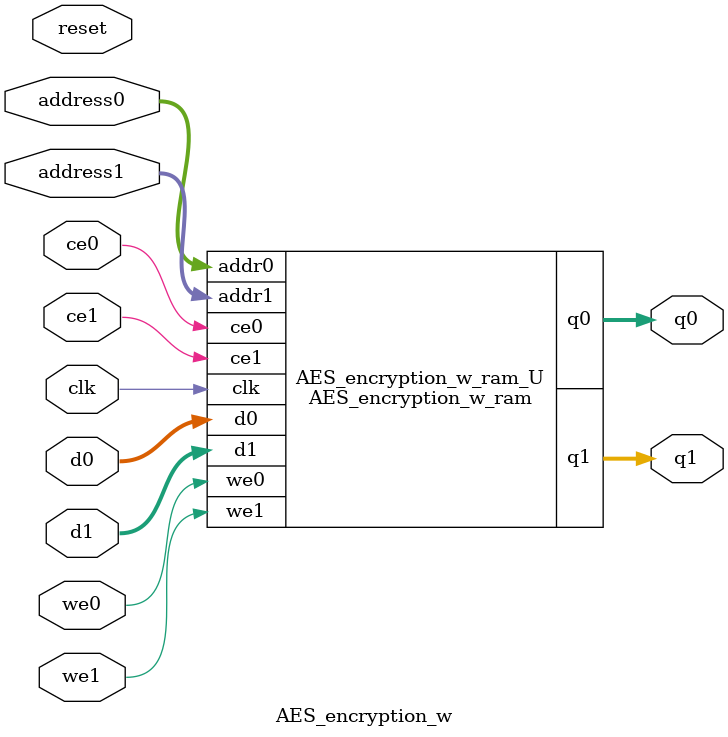
<source format=v>

`timescale 1 ns / 1 ps
module AES_encryption_w_ram (addr0, ce0, d0, we0, q0, addr1, ce1, d1, we1, q1,  clk);

parameter DWIDTH = 8;
parameter AWIDTH = 8;
parameter MEM_SIZE = 176;

input[AWIDTH-1:0] addr0;
input ce0;
input[DWIDTH-1:0] d0;
input we0;
output reg[DWIDTH-1:0] q0;
input[AWIDTH-1:0] addr1;
input ce1;
input[DWIDTH-1:0] d1;
input we1;
output reg[DWIDTH-1:0] q1;
input clk;

(* ram_style = "block" *)reg [DWIDTH-1:0] ram[MEM_SIZE-1:0];




always @(posedge clk)  
begin 
    if (ce0) 
    begin
        if (we0) 
        begin 
            ram[addr0] <= d0; 
            q0 <= d0;
        end 
        else 
            q0 <= ram[addr0];
    end
end


always @(posedge clk)  
begin 
    if (ce1) 
    begin
        if (we1) 
        begin 
            ram[addr1] <= d1; 
            q1 <= d1;
        end 
        else 
            q1 <= ram[addr1];
    end
end


endmodule


`timescale 1 ns / 1 ps
module AES_encryption_w(
    reset,
    clk,
    address0,
    ce0,
    we0,
    d0,
    q0,
    address1,
    ce1,
    we1,
    d1,
    q1);

parameter DataWidth = 32'd8;
parameter AddressRange = 32'd176;
parameter AddressWidth = 32'd8;
input reset;
input clk;
input[AddressWidth - 1:0] address0;
input ce0;
input we0;
input[DataWidth - 1:0] d0;
output[DataWidth - 1:0] q0;
input[AddressWidth - 1:0] address1;
input ce1;
input we1;
input[DataWidth - 1:0] d1;
output[DataWidth - 1:0] q1;



AES_encryption_w_ram AES_encryption_w_ram_U(
    .clk( clk ),
    .addr0( address0 ),
    .ce0( ce0 ),
    .d0( d0 ),
    .we0( we0 ),
    .q0( q0 ),
    .addr1( address1 ),
    .ce1( ce1 ),
    .d1( d1 ),
    .we1( we1 ),
    .q1( q1 ));

endmodule


</source>
